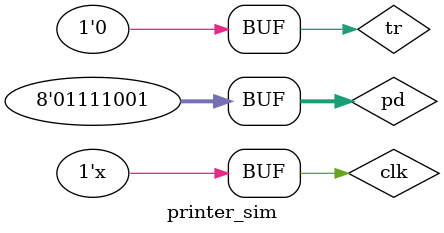
<source format=v>
`timescale 1ns / 1ps


module printer_sim();
    reg clk,tr;
    reg [7:0] pd; 
    wire rdy,state;
    wire [7:0] memory;
    printer test(clk,rdy,tr,pd,memory,state);
    
    initial begin
        clk=0;
        #30
        tr<=1;pd<=8'b01111001;
        #30
        tr<=0;
    end
    always #10
        clk=~clk;
endmodule

</source>
